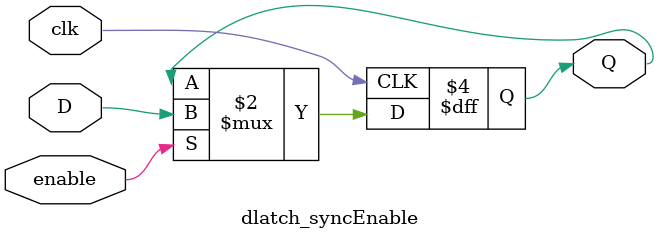
<source format=v>
module dlatch_syncEnable(input D, input clk, input enable, output reg Q);
  always @(posedge clk) begin
    if (enable) begin
      Q <= D;
    end
  end
endmodule
</source>
